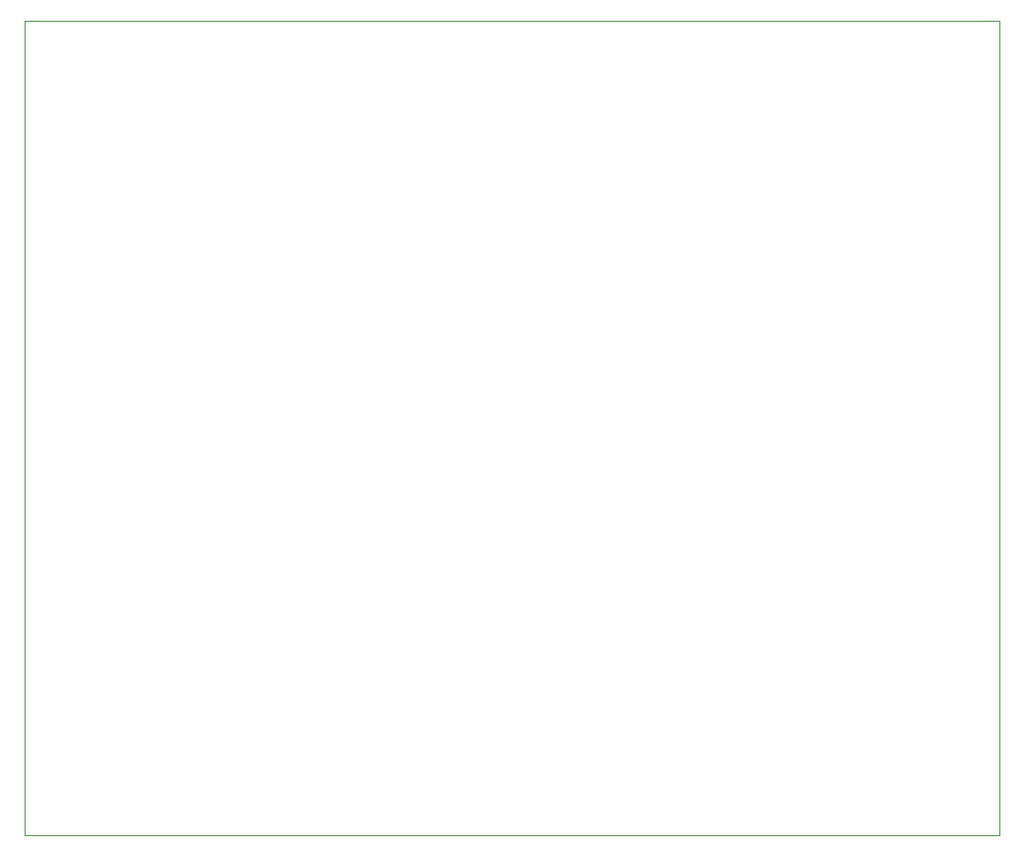
<source format=gbr>
%TF.GenerationSoftware,KiCad,Pcbnew,(6.0.7)*%
%TF.CreationDate,2022-12-06T18:26:59-03:00*%
%TF.ProjectId,Circuito_impresso,43697263-7569-4746-9f5f-696d70726573,rev?*%
%TF.SameCoordinates,Original*%
%TF.FileFunction,Profile,NP*%
%FSLAX46Y46*%
G04 Gerber Fmt 4.6, Leading zero omitted, Abs format (unit mm)*
G04 Created by KiCad (PCBNEW (6.0.7)) date 2022-12-06 18:26:59*
%MOMM*%
%LPD*%
G01*
G04 APERTURE LIST*
%TA.AperFunction,Profile*%
%ADD10C,0.100000*%
%TD*%
G04 APERTURE END LIST*
D10*
X98255000Y-129300000D02*
X185420000Y-129300000D01*
X185420000Y-129300000D02*
X185420000Y-56420000D01*
X185420000Y-56420000D02*
X98255000Y-56420000D01*
X98255000Y-56420000D02*
X98255000Y-129300000D01*
M02*

</source>
